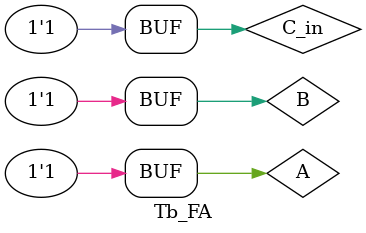
<source format=v>
`timescale 1ns / 1ps


module Tb_FA();
    reg A, B, C_in;
    wire C0, S0;
    wire C1, S1;
    wire C2, S2;
    
    FA sim_FA0(A, B, C_in, C0, S0);
    FA_DATAFLOW sim_FA1(A, B, C_in, C1, S1);
    FA_BEHAV sim_FA2(A, B, C_in, C2, S2);
    
    initial
    begin
        A=0;
        B=0;
        C_in=0;
    end
    
    initial
    begin
        #100 A=0; B=0; C_in=1;
        #100 A=0; B=1; C_in=0;
        #100 A=0; B=1; C_in=1;
        #100 A=1; B=0; C_in=0;
        #100 A=1; B=0; C_in=1;
        #100 A=1; B=1; C_in=0;
        #100 A=1; B=1; C_in=1;
    end
endmodule

</source>
